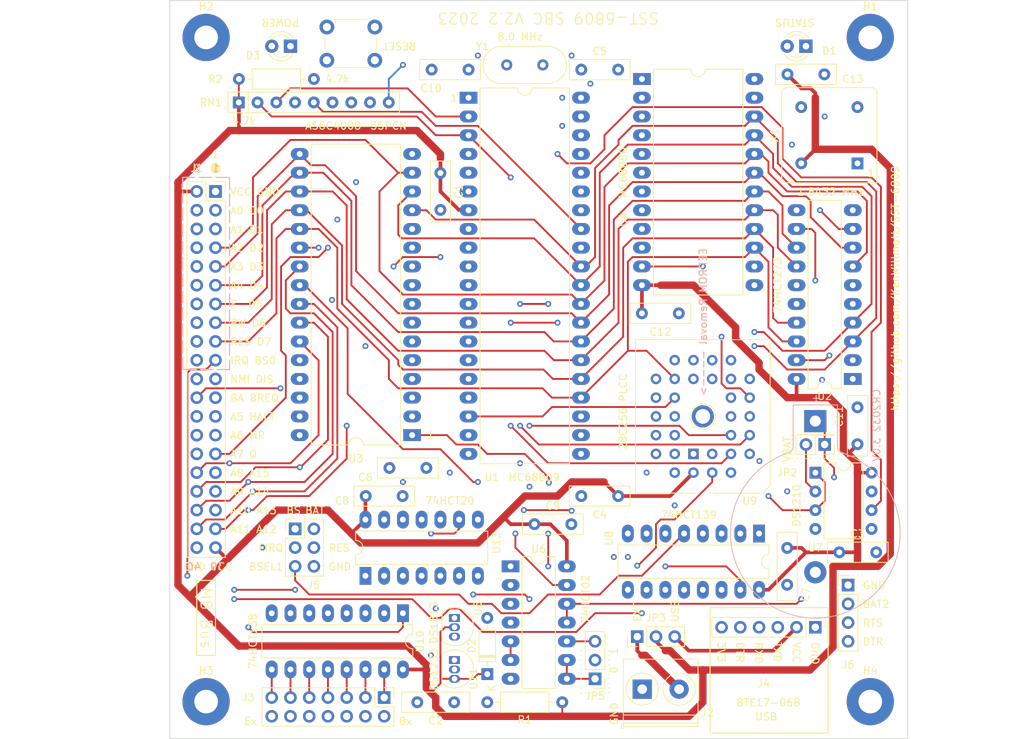
<source format=kicad_pcb>
(kicad_pcb (version 20221018) (generator pcbnew)
  (layers (0 "F.Cu" signal) (1 "In1.Cu" signal) (2 "In2.Cu" signal) (31 "B.Cu" signal) (34 "B.Paste" user) (35 "F.Paste" user) (36 "B.SilkS" user "B.Silkscreen") (37 "F.SilkS" user "F.Silkscreen") (38 "B.Mask" user) (39 "F.Mask" user) (44 "Edge.Cuts" user))
  (net 0 "")
  (net 1 "GND")
  (net 2 "MR")
  (net 3 "/A15")
  (net 4 "/A14")
  (net 5 "/A13")
  (net 6 "/A12")
  (net 7 "/A11")
  (net 8 "/A10")
  (net 9 "/A9")
  (net 10 "/A8")
  (net 11 "/A7")
  (net 12 "/A6")
  (net 13 "/A5")
  (net 14 "/A4")
  (net 15 "/A3")
  (net 16 "/A2")
  (net 17 "/A1")
  (net 18 "/A0")
  (net 19 "RES*")
  (net 20 "/D7")
  (net 21 "/D6")
  (net 22 "/D5")
  (net 23 "/D4")
  (net 24 "/D3")
  (net 25 "/D2")
  (net 26 "/D1")
  (net 27 "/D0")
  (net 28 "E")
  (net 29 "R{slash}W*")
  (net 30 "VCC")
  (net 31 "BSEL0*")
  (net 32 "/decode/EEWR*")
  (net 33 "NMI*")
  (net 34 "BA")
  (net 35 "HALT*")
  (net 36 "/decode/NVWR*")
  (net 37 "/Z3")
  (net 38 "/Z2")
  (net 39 "/Z1")
  (net 40 "/Z0")
  (net 41 "/decode/NVRD*")
  (net 42 "Net-(U8A-O3)")
  (net 43 "/decode/BSEL1*")
  (net 44 "/decode/EERD*")
  (net 45 "Net-(U8B-E)")
  (net 46 "Net-(JP2-B)")
  (net 47 "Net-(U1-XTAL)")
  (net 48 "Net-(U1-EXTAL)")
  (net 49 "IRQ*")
  (net 50 "Q")
  (net 51 "RXD")
  (net 52 "BREQ*")
  (net 53 "/decode/LATSEL*")
  (net 54 "Net-(U4-Rx_CLK)")
  (net 55 "/decode/ACIASEL*")
  (net 56 "/TXD")
  (net 57 "/decode/NVCC")
  (net 58 "Net-(J2-Pin_2)")
  (net 59 "Net-(J4-Pin_2)")
  (net 60 "/decode/NVCE*")
  (net 61 "DIS*")
  (net 62 "/decode/NVBAT")
  (net 63 "Z4")
  (net 64 "Net-(J3-Pin_10)")
  (net 65 "Net-(U10-~{Y7})")
  (net 66 "Net-(U13-Pad13)")
  (net 72 "/decode/Z6")
  (net 73 "BT0")
  (net 74 "Net-(JP5-B)")
  (net 75 "Z5")
  (net 76 "Net-(J3-Pin_1)")
  (net 77 "Net-(J3-Pin_9)")
  (net 78 "Net-(J3-Pin_3)")
  (net 79 "Net-(J3-Pin_11)")
  (net 80 "Net-(J3-Pin_5)")
  (net 81 "Net-(J3-Pin_13)")
  (net 82 "Net-(J3-Pin_7)")
  (net 83 "Z7")
  (net 84 "Net-(D1-A)")
  (net 85 "/Z2*")
  (net 86 "FIRQ*")
  (net 87 "BS")
  (net 88 "/DTR")
  (net 89 "/3V3")
  (net 90 "VBAT2")
  (net 91 "/RTS")
  (net 92 "/A15G")
  (net 93 "Net-(D3-A)")
  (footprint "Capacitor_THT:C_Disc_D8.0mm_W2.5mm_P5.00mm" (layer "F.Cu") (at 135.84 117.145 180)
    (fp_text reference "C4")
    (fp_text value "100nF")
  )
  (footprint "TestPoint:TestPoint_Plated_Hole_D2.0mm" (layer "F.Cu") (at 147.31 106.35)
    (fp_text reference "REF**" hide)
    (fp_text value "TestPoint_Plated_Hole_D2.0mm" hide)
  )
  (footprint "Resistor_THT:R_Array_SIP9" (layer "F.Cu") (at 84.43 63.805)
    (fp_text reference "RN1")
    (fp_text value "4.7k")
  )
  (footprint "Oscillator:Oscillator_DIP-8" (layer "F.Cu") (at 168.265 72.06 90)
    (fp_text reference "X1")
    (fp_text value "CXO_DIP8")
  )
  (footprint "Capacitor_THT:C_Disc_D9.0mm_W2.5mm_P5.00mm" (layer "F.Cu") (at 113.615 145.085 180)
    (fp_text reference "C2")
    (fp_text value "10uF")
  )
  (footprint "Capacitor_THT:C_Disc_D8.0mm_W2.5mm_P5.00mm" (layer "F.Cu") (at 130.84 59.36)
    (fp_text reference "C5")
    (fp_text value "20pF")
  )
  (footprint "Package_DIP:DIP-20_W7.62mm_LongPads" (layer "F.Cu") (at 167.63 101.27 180)
    (fp_text reference "U2")
    (fp_text value "74HCT273")
  )
  (footprint "Capacitor_THT:C_Disc_D8.0mm_W2.5mm_P5.00mm" (layer "F.Cu") (at 124.49 120.955)
    (fp_text reference "C9")
    (fp_text value "100nF")
  )
  (footprint "Connector_PinHeader_2.54mm:PinHeader_2x03_P2.54mm_Vertical" (layer "F.Cu") (at 92.065 121.59)
    (fp_text reference "J5")
    (fp_text value "Conn_02x03_Odd_Even" hide)
  )
  (footprint "Crystal:Crystal_HC18-U_Vertical" (layer "F.Cu") (at 125.63 58.725 180)
    (fp_text reference "Y1")
    (fp_text value "8.0 MHz")
  )
  (footprint "Package_LCC:PLCC-32_THT-Socket" (layer "F.Cu") (at 146.04 111.43 180)
    (fp_text reference "U9")
    (fp_text value "28C256 PLCC")
  )
  (footprint "TerminalBlock_Phoenix:TerminalBlock_Phoenix_PT-1,5-2-5.0-H_1x02_P5.00mm_Horizontal" (layer "F.Cu") (at 139.095 143.315)
    (fp_text reference "J2")
    (fp_text value "Screw_Terminal_01x02" hide)
  )
  (footprint "Capacitor_THT:C_Disc_D9.0mm_W2.5mm_P5.00mm" (layer "F.Cu") (at 158.74 124.17 -90)
    (fp_text reference "C7")
    (fp_text value "100nF")
  )
  (footprint "Connector_PinHeader_2.54mm:PinHeader_1x03_P2.54mm_Vertical" (layer "F.Cu") (at 132.705 141.91 180)
    (fp_text reference "JP5")
    (fp_text value "Jumper_3_Bridged12" hide)
  )
  (footprint "MountingHole:MountingHole_3.2mm_M3_Pad" (layer "F.Cu") (at 170 145)
    (fp_text reference "H4")
    (fp_text value "MountingHole_Pad" hide)
  )
  (footprint "Capacitor_THT:C_Disc_D8.0mm_W2.5mm_P5.00mm" (layer "F.Cu") (at 165.805 124.765)
    (fp_text reference "C3")
    (fp_text value "100nF")
  )
  (footprint "Connector_PinHeader_2.54mm:PinHeader_2x07_P2.54mm_Vertical" (layer "F.Cu") (at 104.13 144.45 -90)
    (fp_text reference "J3")
    (fp_text value "Conn_02x07_Odd_Even" hide)
  )
  (footprint "Package_DIP:DIP-24_W15.24mm_LongPads" (layer "F.Cu") (at 139.055 60.63)
    (fp_text reference "U4")
    (fp_text value "MC68B50")
  )
  (footprint "MountingHole:MountingHole_3.2mm_M3_Pad" (layer "F.Cu") (at 80 55)
    (fp_text reference "H2")
    (fp_text value "MountingHole_Pad" hide)
  )
  (footprint "Package_DIP:DIP-16_W7.62mm_LongPads" (layer "F.Cu") (at 106.67 133.02 -90)
    (fp_text reference "U10")
    (fp_text value "74HCT138")
  )
  (footprint "Resistor_THT:R_Axial_DIN0207_L6.3mm_D2.5mm_P10.16mm_Horizontal" (layer "F.Cu") (at 128.26 145.085 180)
    (fp_text reference "R1")
    (fp_text value "10k")
  )
  (footprint "Connector_PinHeader_2.54mm:PinHeader_2x01_P2.54mm_Vertical" (layer "F.Cu") (at 163.82 110.16 180)
    (fp_text reference "JP2")
    (fp_text value "VBAT")
  )
  (footprint "LED_THT:LED_D3.0mm" (layer "F.Cu") (at 161.28 56.185 180)
    (fp_text reference "D1")
    (fp_text value "STAT")
  )
  (footprint "Button_Switch_THT:SW_PUSH_6mm_H5mm" (layer "F.Cu") (at 102.86 58.09 180)
    (fp_text reference "SW1" hide)
    (fp_text value "Reset")
  )
  (footprint "Package_DIP:DIP-8_W7.62mm" (layer "F.Cu") (at 162.56 113.98)
    (fp_text reference "U7")
    (fp_text value "DS1210")
  )
  (footprint "Package_DIP:DIP-16_W7.62mm_LongPads" (layer "F.Cu") (at 154.93 122.225 -90)
    (fp_text reference "U8")
    (fp_text value "74HCT139")
  )
  (footprint "Package_DIP:DIP-32_W15.24mm_LongPads" (layer "F.Cu") (at 107.92 108.89 180)
    (fp_text reference "U3")
    (fp_text value "AS6C4008-55PCN")
  )
  (footprint "Capacitor_THT:C_Disc_D8.0mm_W2.5mm_P5.00mm" (layer "F.Cu") (at 111.75 73.37 -90)
    (fp_text reference "C1")
    (fp_text value "100nF")
  )
  (footprint "Capacitor_THT:C_Disc_D8.0mm_W2.5mm_P5.00mm" (layer "F.Cu") (at 101.63 117.145)
    (fp_text reference "C8")
    (fp_text value "100nF")
  )
  (footprint "Connector_PinHeader_2.54mm:PinHeader_1x06_P2.54mm_Vertical" (layer "F.Cu") (at 162.55 134.925 -90)
    (fp_text reference "J4")
    (fp_text value "Conn_01x06_Pin" hide)
  )
  (footprint "Connector_PinSocket_2.54mm:PinSocket_2x20_P2.54mm_Vertical" (layer "F.Cu") (at 81.27 75.87)
    (fp_text reference "J1")
    (fp_text value "Conn_02x20_Odd_Even" hide)
  )
  (footprint "Capacitor_THT:C_Disc_D8.0mm_W2.5mm_P5.00mm" (layer "F.Cu") (at 104.845 113.335)
    (fp_text reference "C6")
    (fp_text value "100nF")
  )
  (footprint "Package_DIP:DIP-40_W15.24mm_LongPads" (layer "F.Cu") (at 115.56 63.17)
    (fp_text reference "U1")
    (fp_text value "MC68B09")
  )
  (footprint "Capacitor_THT:C_Disc_D8.0mm_W2.5mm_P5.00mm" (layer "F.Cu") (at 139.055 92.38)
    (fp_text reference "C12")
    (fp_text value "100nF")
  )
  (footprint "MountingHole:MountingHole_3.2mm_M3_Pad" (layer "F.Cu") (at 170 55)
    (fp_text reference "H1")
    (fp_text value "MountingHole_Pad" hide)
  )
  (footprint "Package_TO_SOT_THT:TO-92L_Inline" (layer "F.Cu") (at 113.655 139.37 -90)
    (fp_text reference "U11")
    (fp_text value "DS1233")
  )
  (footprint "MountingHole:MountingHole_3.2mm_M3_Pad" (layer "F.Cu") (at 80 145)
    (fp_text reference "H3")
    (fp_text value "MountingHole_Pad" hide)
  )
  (footprint "Package_DIP:DIP-14_W7.62mm_LongPads" (layer "F.Cu") (at 121.26 126.665)
    (fp_text reference "U6")
    (fp_text value "74HCT02")
  )
  (footprint "Resistor_THT:R_Axial_DIN0207_L6.3mm_D2.5mm_P10.16mm_Horizontal" (layer "F.Cu") (at 84.445 60.63)
    (fp_text reference "R2")
    (fp_text value "4.7k")
  )
  (footprint "Diode_THT:D_DO-35_SOD27_P7.62mm_Horizontal" (layer "F.Cu") (at 118.1 141.275 90)
    (fp_text reference "D2")
    (fp_text value "1N4148")
  )
  (footprint "Package_DIP:DIP-14_W7.62mm_LongPads" (layer "F.Cu") (at 101.585 127.955 90)
    (fp_text reference "U13")
    (fp_text value "74HCT20")
  )
  (footprint "Connector_PinHeader_2.54mm:PinHeader_1x03_P2.54mm_Vertical" (layer "F.Cu") (at 138.42 136.195 90)
    (fp_text reference "JP3")
    (fp_text value "Jumper_3_Bridged12" hide)
  )
  (footprint "Capacitor_THT:C_Disc_D8.0mm_W2.5mm_P5.00mm" (layer "F.Cu") (at 168.265 110.12 90)
    (fp_text reference "C11")
    (fp_text value "100nF")
  )
  (footprint "Capacitor_THT:C_Disc_D8.0mm_W2.5mm_P5.00mm" (layer "F.Cu") (at 163.78 59.995 180)
    (fp_text reference "C13")
    (fp_text value "100nF")
  )
  (footprint "Connector_PinHeader_2.54mm:PinHeader_1x04_P2.54mm_Vertical" (layer "F.Cu") (at 166.995 129.21)
    (fp_text reference "J6")
    (fp_text value "Conn_01x04_Pin" hide)
  )
  (footprint "Capacitor_THT:C_Disc_D8.0mm_W2.5mm_P5.00mm" (layer "F.Cu") (at 115.56 59.36 180)
    (fp_text reference "C10")
    (fp_text value "20pF")
  )
  (footprint "Package_TO_SOT_THT:TO-92L_Inline" (layer "F.Cu") (at 113.655 133.655 -90)
    (fp_text reference "U5")
    (fp_text value "DS1813")
  )
  (footprint "LED_THT:LED_D3.0mm" (layer "F.Cu") (at 91.435 56.185 180)
    (fp_text reference "D3")
    (fp_text value "PWR")
  )
  (footprint "Battery:BatteryHolder_Keystone_103_1x20mm" (layer "B.Cu") (at 162.55 106.985 -90)
    (fp_text reference "BT1" hide)
    (fp_text value "3.0V" hide)
  )
  (gr_rect (start 76.825 73.965) (end 83.175 100) (stroke (width 0.15) (type dash)) (fill none) (layer "B.SilkS"))
  (gr_rect (start 159.375 108.89) (end 165.725 112.065) (stroke (width 0.15) (type dot)) (fill none) (layer "F.SilkS"))
  (gr_rect (start 130.8 138.1) (end 134.61 143.815) (stroke (width 0.15) (type dot)) (fill none) (layer "F.SilkS"))
  (gr_rect (start 78.73 128.575) (end 81.27 138.735) (stroke (width 0.15)) (fill none) (layer "F.SilkS"))
  (gr_circle (center 81.27 72.695) (end 81.905 72.695) (stroke (width 0.15)) (fill solid) (layer "F.SilkS"))
  (gr_rect (start 76.825 73.965) (end 83.175 100) (stroke (width 0.15) (type dash)) (fill none) (layer "F.SilkS"))
  (gr_rect (start 148.29 132.255) (end 164.29 149.255) (stroke (width 0.15)) (fill none) (layer "F.SilkS"))
  (gr_rect (start 165.725 127.94) (end 168.9 133.02) (stroke (width 0.15) (type dot)) (fill none) (layer "F.SilkS"))
  (gr_line (start 175.07 50) (end 175.07 150) (stroke (width 0.1)) (layer "Edge.Cuts"))
  (gr_line (start 75.07 150) (end 175.07 150) (stroke (width 0.1)) (layer "Edge.Cuts"))
  (gr_line (start 75.07 50) (end 175.07 50) (stroke (width 0.1)) (layer "Edge.Cuts"))
  (gr_line (start 75.07 150) (end 75.07 50) (stroke (width 0.1)) (layer "Edge.Cuts"))
  (gr_text "1" (at 81.905 73.33) (layer "B.SilkS") (effects (font (size 1 1)) (justify left bottom mirror)))
  (gr_text "40" (at 79.365 127.305) (layer "B.SilkS") (effects (font (size 1 1)) (justify left bottom mirror)))
  (gr_text "+" (at 163.185 103.175 90) (layer "B.SilkS") (effects (font (size 1 1)) (justify left bottom mirror)))
  (gr_text "CR2032 3.0V" (at 171.44 102.54 90) (layer "B.SilkS") (effects (font (size 1 1)) (justify left bottom mirror)))
  (gr_text "39" (at 82.54 127.305) (layer "B.SilkS") (effects (font (size 1 1)) (justify left bottom mirror)))
  (gr_text "2" (at 79.365 73.33) (layer "B.SilkS") (effects (font (size 1 1)) (justify left bottom mirror)))
  (gr_text "EEPROM Removal ---->" (at 147.945 83.49 90) (layer "B.SilkS") (effects (font (size 1 1)) (justify left bottom mirror)))
  (gr_text "USB" (at 144.135 134.29 90) (layer "F.SilkS") (effects (font (size 1 1)) (justify left bottom)))
  (gr_text "A4 D4" (at 83.175 89.205) (layer "F.SilkS") (effects (font (size 1 1)) (justify left bottom)))
  (gr_text "DTR" (at 168.9 137.465) (layer "F.SilkS") (effects (font (size 1 1)) (justify left bottom)))
  (gr_text "RES" (at 96.51 124.765) (layer "F.SilkS") (effects (font (size 1 1)) (justify left bottom)))
  (gr_text "VCC GND" (at 83.175 76.505) (layer "F.SilkS") (effects (font (size 1 1)) (justify left bottom)))
  (gr_text "Ex" (at 85.08 148.26) (layer "F.SilkS") (effects (font (size 1 1)) (justify left bottom)))
  (gr_text "M8 Bus" (at 80 133.655 270) (layer "F.SilkS") (effects (font (size 1.5 1.5))))
  (gr_text "NMI DIS" (at 83.175 101.905) (layer "F.SilkS") (effects (font (size 1 1)) (justify left bottom)))
  (gr_text "E  D5" (at 83.175 91.745) (layer "F.SilkS") (effects (font (size 1 1)) (justify left bottom)))
  (gr_text "RES D7" (at 83.175 96.825) (layer "F.SilkS") (effects (font (size 1 1)) (justify left bottom)))
  (gr_text "1" (at 113.02 63.805) (layer "F.SilkS") (effects (font (size 1 1)) (justify left bottom)))
  (gr_text "GND" (at 135.88 148.26 90) (layer "F.SilkS") (effects (font (size 1 1)) (justify left bottom)))
  (gr_text "VCC" (at 159.375 136.83 -90) (layer "F.SilkS") (effects (font (size 1 1)) (justify left bottom)))
  (gr_text "USB" (at 154.295 147.625) (layer "F.SilkS") (effects (font (size 1 1)) (justify left bottom)))
  (gr_text "POWER" (at 92.7 52.375 180) (layer "F.SilkS") (effects (font (size 1 1)) (justify left bottom)))
  (gr_text "RXD" (at 154.295 136.83 -90) (layer "F.SilkS") (effects (font (size 1 1)) (justify left bottom)))
  (gr_text "A3 D3" (at 83.175 86.665) (layer "F.SilkS") (effects (font (size 1 1)) (justify left bottom)))
  (gr_text "1.8432 MHz" (at 160.01 76.505) (layer "F.SilkS") (effects (font (size 1 1)) (justify left bottom)))
  (gr_text "A10 A13" (at 83.175 119.685) (layer "F.SilkS") (effects (font (size 1 1)) (justify left bottom)))
  (gr_text "STATUS" (at 162.55 52.375 180) (layer "F.SilkS") (effects (font (size 1 1)) (justify left bottom)))
  (gr_text "GND" (at 168.9 129.845) (layer "F.SilkS") (effects (font (size 1 1)) (justify left bottom)))
  (gr_text "SST-6809 SBC V2.2 2023" (at 126.355 52.375 180) (layer "F.SilkS") (effects (font (size 1.5 1.5))))
  (gr_text "RW D6" (at 83.175 94.285) (layer "F.SilkS") (effects (font (size 1 1)) (justify left bottom)))
  (gr_text "BAT" (at 93.335 119.685) (layer "F.SilkS") (effects (font (size 1 1)) (justify left bottom)))
  (gr_text "1" (at 169.535 73.965) (layer "F.SilkS") (effects (font (size 1 1)) (justify left bottom)))
  (gr_text "A7 Q" (at 83.175 112.065) (layer "F.SilkS") (effects (font (size 1 1)) (justify left bottom)))
  (gr_text "BSEL1" (at 85.715 127.305) (layer "F.SilkS") (effects (font (size 1 1)) (justify left bottom)))
  (gr_text "https://github.com/KenWillmott/SST-6809" (at 173.98 105.715 90) (layer "F.SilkS") (effects (font (size 1 1)) (justify left bottom)))
  (gr_text "EXT" (at 139.055 134.29 90) (layer "F.SilkS") (effects (font (size 1 1)) (justify left bottom)))
  (gr_text "1" (at 80.635 71.425) (layer "F.SilkS") (effects (font (size 1 1)) (justify left bottom)))
  (gr_text "TXD" (at 156.835 136.83 -90) (layer "F.SilkS") (effects (font (size 1 1)) (justify left bottom)))
  (gr_text "BA BREQ" (at 83.175 104.445) (layer "F.SilkS") (effects (font (size 1 1)) (justify left bottom)))
  (gr_text "3V3" (at 149.215 136.83 -90) (layer "F.SilkS") (effects (font (size 1 1)) (justify left bottom)))
  (gr_text "BTE17-06B" (at 151.755 145.72) (layer "F.SilkS") (effects (font (size 1 1)) (justify left bottom)))
  (gr_text "A9 A14" (at 83.175 117.145) (layer "F.SilkS") (effects (font (size 1 1)) (justify left bottom)))
  (gr_text "A5 HALT" (at 83.175 106.985) (layer "F.SilkS") (effects (font (size 1 1)) (justify left bottom)))
  (gr_text "A1 D1" (at 83.175 81.585) (layer "F.SilkS") (effects (font (size 1 1)) (justify left bottom)))
  (gr_text "IRQ BS0" (at 83.175 99.365) (layer "F.SilkS") (effects (font (size 1 1)) (justify left bottom)))
  (gr_text "GND" (at 161.915 136.83 -90) (layer "F.SilkS") (effects (font (size 1 1)) (justify left bottom)))
  (gr_text "1" (at 109.845 109.525) (layer "F.SilkS") (effects (font (size 1 1)) (justify left bottom)))
  (gr_text "GND VCC" (at 76.825 127.305) (layer "F.SilkS") (effects (font (size 1 1)) (justify left bottom)))
  (gr_text "A2 D2" (at 83.175 84.125) (layer "F.SilkS") (effects (font (size 1 1)) (justify left bottom)))
  (gr_text "1" (at 135.88 138.735 90) (layer "F.SilkS") (effects (font (size 1 1)) (justify left bottom)))
  (gr_text "BAT2" (at 168.9 132.385) (layer "F.SilkS") (effects (font (size 1 1)) (justify left bottom)))
  (gr_text "A0 D0" (at 83.175 79.045) (layer "F.SilkS") (effects (font (size 1 1)) (justify left bottom)))
  (gr_text "8x" (at 106.035 148.26) (layer "F.SilkS") (effects (font (size 1 1)) (justify left bottom)))
  (gr_text "A11 A12" (at 83.175 122.225) (layer "F.SilkS") (effects (font (size 1 1)) (justify left bottom)))
  (gr_text "FIRQ" (at 86.985 124.765) (layer "F.SilkS") (effects (font (size 1 1)) (justify left bottom)))
  (gr_text "RESET" (at 108.575 55.55 180) (layer "F.SilkS") (effects (font (size 1 1)) (justify left bottom)))
  (gr_text "0" (at 135.88 141.275 90) (layer "F.SilkS") (effects (font (size 1 1)) (justify left bottom)))
  (gr_text "GND" (at 96.51 127.305) (layer "F.SilkS") (effects (font (size 1 1)) (justify left bottom)))
  (gr_text "DTR" (at 151.755 136.83 -90) (layer "F.SilkS") (effects (font (size 1 1)) (justify left bottom)))
  (gr_text "A8 A15" (at 83.175 114.605) (layer "F.SilkS") (effects (font (size 1 1)) (justify left bottom)))
  (gr_text "A6 MR" (at 83.175 109.525) (layer "F.SilkS") (effects (font (size 1 1)) (justify left bottom)))
  (gr_text "RTS" (at 168.9 134.925) (layer "F.SilkS") (effects (font (size 1 1)) (justify left bottom)))
  (gr_text "BS" (at 90.795 119.685) (layer "F.SilkS") (effects (font (size 1 1)) (justify left bottom)))
  (via (at 128.26 66.98) (size 0.8) (drill 0.4) (layers "F.Cu" "B.Cu") (net 1))
  (via (at 129.53 57.455) (size 0.8) (drill 0.4) (layers "F.Cu" "B.Cu") (net 1))
  (via (at 116.83 57.455) (size 0.8) (drill 0.4) (layers "F.Cu" "B.Cu") (net 1))
  (via (at 132.07 61.265) (size 0.8) (drill 0.4) (layers "F.Cu" "B.Cu") (net 1))
  (via (at 128.26 63.17) (size 0.8) (drill 0.4) (layers "F.Cu" "B.Cu") (net 1))
  (segment (start 126.355 122.225) (end 126.355 124.11) (width 0.25) (layer "F.Cu") (net 3))
  (segment (start 126.355 124.11) (end 126.355 126.67) (width 0.25) (layer "F.Cu") (net 3))
  (via (at 126.355 122.225) (size 0.8) (drill 0.4) (layers "F.Cu" "B.Cu") (net 3))
  (via (at 126.355 126.67) (size 0.8) (drill 0.4) (layers "F.Cu" "B.Cu") (net 3))
  (via (at 87.62 124.13) (size 0.8) (drill 0.4) (layers "F.Cu" "B.Cu") (net 3))
  (segment (start 106.67 134.925) (end 106.035 135.56) (width 0.25) (layer "F.Cu") (net 6))
  (segment (start 86.35 119.05) (end 88.255 117.145) (width 0.25) (layer "F.Cu") (net 6))
  (segment (start 106.035 135.56) (end 86.35 135.56) (width 0.25) (layer "F.Cu") (net 6))
  (segment (start 99.05 112.065) (end 99.05 107.62) (width 0.25) (layer "F.Cu") (net 6))
  (segment (start 93.97 117.145) (end 99.05 112.065) (width 0.25) (layer "F.Cu") (net 6))
  (segment (start 85.715 119.05) (end 86.35 119.05) (width 0.25) (layer "F.Cu") (net 6))
  (segment (start 85.1695 119.05) (end 82.6295 121.59) (width 0.25) (layer "F.Cu") (net 6))
  (segment (start 82.6295 121.59) (end 81.27 121.59) (width 0.25) (layer "F.Cu") (net 6))
  (segment (start 85.715 119.05) (end 85.1695 119.05) (width 0.25) (layer "F.Cu") (net 6))
  (segment (start 86.35 135.56) (end 85.715 134.925) (width 0.25) (layer "F.Cu") (net 6))
  (segment (start 88.255 117.145) (end 93.97 117.145) (width 0.25) (layer "F.Cu") (net 6))
  (segment (start 106.67 133.02) (end 106.67 134.925) (width 0.25) (layer "F.Cu") (net 6))
  (via (at 85.715 119.05) (size 0.8) (drill 0.4) (layers "F.Cu" "B.Cu") (net 6))
  (via (at 85.715 134.925) (size 0.8) (drill 0.4) (layers "F.Cu" "B.Cu") (net 6))
  (via (at 99.05 107.62) (size 0.8) (drill 0.4) (layers "F.Cu" "B.Cu") (net 6))
  (segment (start 86.35 116.51) (end 93.335 116.51) (width 0.25) (layer "F.Cu") (net 7))
  (segment (start 97.78 94.285) (end 94.605 91.11) (width 0.25) (layer "F.Cu") (net 7))
  (segment (start 97.78 112.065) (end 97.78 94.285) (width 0.25) (layer "F.Cu") (net 7))
  (segment (start 94.605 91.11) (end 92.68 91.11) (width 0.25) (layer "F.Cu") (net 7))
  (segment (start 80 120.32) (end 78.73 121.59) (width 0.25) (layer "F.Cu") (net 7))
  (segment (start 93.335 116.51) (end 97.78 112.065) (width 0.25) (layer "F.Cu") (net 7))
  (segment (start 86.35 116.51) (end 82.54 120.32) (width 0.25) (layer "F.Cu") (net 7))
  (segment (start 82.54 120.32) (end 80 120.32) (width 0.25) (layer "F.Cu") (net 7))
  (via (at 86.35 116.51) (size 0.8) (drill 0.4) (layers "F.Cu" "B.Cu") (net 7))
  (segment (start 126.863 105.08) (end 142.23 105.08) (width 0.25) (layer "F.Cu") (net 8))
  (segment (start 115.56 106.35) (end 125.593 106.35) (width 0.25) (layer "F.Cu") (net 8))
  (segment (start 94.605 92.38) (end 91.43 92.38) (width 0.25) (layer "F.Cu") (net 8))
  (segment (start 91.43 92.38) (end 90.795 91.745) (width 0.25) (layer "F.Cu") (net 8))
  (segment (start 85.715 115.24) (end 83.175 117.78) (width 0.25) (layer "F.Cu") (net 8))
  (segment (start 125.593 106.35) (end 126.863 105.08) (width 0.25) (layer "F.Cu") (net 8))
  (segment (start 85.715 115.24) (end 93.335 115.24) (width 0.25) (layer "F.Cu") (net 8))
  (segment (start 80 117.78) (end 78.73 119.05) (width 0.25) (layer "F.Cu") (net 8))
  (segment (start 97.145 94.92) (end 94.605 92.38) (width 0.25) (layer "F.Cu") (net 8))
  (segment (start 90.795 87.915) (end 92.68 86.03) (width 0.25) (layer "F.Cu") (net 8))
  (segment (start 97.145 111.43) (end 97.145 94.92) (width 0.25) (layer "F.Cu") (net 8))
  (segment (start 83.175 117.78) (end 80 117.78) (width 0.25) (layer "F.Cu") (net 8))
  (segment (start 142.23 105.08) (end 143.5 103.81) (width 0.25) (layer "F.Cu") (net 8))
  (segment (start 93.335 115.24) (end 97.145 111.43) (width 0.25) (layer "F.Cu") (net 8))
  (segment (start 90.795 91.745) (end 90.795 87.915) (width 0.25) (layer "F.Cu") (net 8))
  (via (at 85.715 115.24) (size 0.8) (drill 0.4) (layers "F.Cu" "B.Cu") (net 8))
  (segment (start 86.684195 113.2455) (end 84.689695 115.24) (width 0.25) (layer "F.Cu") (net 9))
  (segment (start 94.605 93.65) (end 92.68 93.65) (width 0.25) (layer "F.Cu") (net 9))
  (segment (start 92.7895 113.2455) (end 96.51 109.525) (width 0.25) (layer "F.Cu") (net 9))
  (segment (start 96.51 109.525) (end 96.51 95.555) (width 0.25) (layer "F.Cu") (net 9))
  (segment (start 80 115.24) (end 78.73 116.51) (width 0.25) (layer "F.Cu") (net 9))
  (segment (start 96.51 95.555) (end 94.605 93.65) (width 0.25) (layer "F.Cu") (net 9))
  (segment (start 92.7 113.2455) (end 92.7895 113.2455) (width 0.25) (layer "F.Cu") (net 9))
  (segment (start 92.7 113.2455) (end 86.684195 113.2455) (width 0.25) (layer "F.Cu") (net 9))
  (segment (start 84.689695 115.24) (end 80 115.24) (width 0.25) (layer "F.Cu") (net 9))
  (via (at 92.7 113.2455) (size 0.8) (drill 0.4) (layers "F.Cu" "B.Cu") (net 9))
  (segment (start 78.73 113.97) (end 80 112.7) (width 0.25) (layer "F.Cu") (net 10))
  (segment (start 83.175 112.7) (end 91.43 112.7) (width 0.25) (layer "F.Cu") (net 10))
  (segment (start 91.43 112.7) (end 95.24 108.89) (width 0.25) (layer "F.Cu") (net 10))
  (segment (start 95.24 98.75) (end 92.68 96.19) (width 0.25) (layer "F.Cu") (net 10))
  (segment (start 95.24 108.89) (end 95.24 98.75) (width 0.25) (layer "F.Cu") (net 10))
  (segment (start 80 112.7) (end 83.175 112.7) (width 0.25) (layer "F.Cu") (net 10))
  (via (at 139.69 113.97) (size 0.8) (drill 0.4) (layers "F.Cu" "B.Cu") (net 10))
  (via (at 113.02 113.97) (size 0.8) (drill 0.4) (layers "F.Cu" "B.Cu") (net 10))
  (via (at 83.175 112.7) (size 0.8) (drill 0.4) (layers "F.Cu" "B.Cu") (net 10))
  (via (at 123.815 115.875) (size 0.8) (drill 0.4) (layers "F.Cu" "B.Cu") (net 11))
  (via (at 122.545 112.7) (size 0.8) (drill 0.4) (layers "F.Cu" "B.Cu") (net 12))
  (segment (start 126.355 112.7) (end 121.275 107.62) (width 0.25) (layer "F.Cu") (net 13))
  (segment (start 151.12 111.43) (end 149.85 112.7) (width 0.25) (layer "F.Cu") (net 13))
  (segment (start 149.85 112.7) (end 126.355 112.7) (width 0.25) (layer "F.Cu") (net 13))
  (via (at 121.275 107.62) (size 0.8) (drill 0.4) (layers "F.Cu" "B.Cu") (net 13))
  (segment (start 122.545 107.62) (end 125.085 110.16) (width 0.25) (layer "F.Cu") (net 14))
  (segment (start 125.085 110.16) (end 152.39 110.16) (width 0.25) (layer "F.Cu") (net 14))
  (segment (start 152.39 110.16) (end 153.66 108.89) (width 0.25) (layer "F.Cu") (net 14))
  (via (at 122.545 107.62) (size 0.8) (drill 0.4) (layers "F.Cu" "B.Cu") (net 14))
  (segment (start 123.815 107.62) (end 144.135 107.62) (width 0.25) (layer "F.Cu") (net 15))
  (segment (start 145.405 108.89) (end 151.12 108.89) (width 0.25) (layer "F.Cu") (net 15))
  (segment (start 144.135 107.62) (end 145.405 108.89) (width 0.25) (layer "F.Cu") (net 15))
  (via (at 123.815 107.62) (size 0.8) (drill 0.4) (layers "F.Cu" "B.Cu") (net 15))
  (segment (start 121.275 93.65) (end 127.625 93.65) (width 0.25) (layer "F.Cu") (net 16))
  (via (at 127.625 93.65) (size 0.8) (drill 0.4) (layers "F.Cu" "B.Cu") (net 16))
  (via (at 121.275 93.65) (size 0.8) (drill 0.4) (layers "F.Cu" "B.Cu") (net 16))
  (segment (start 122.545 91.11) (end 126.355 91.11) (width 0.25) (layer "F.Cu") (net 17))
  (via (at 126.355 91.11) (size 0.8) (drill 0.4) (layers "F.Cu" "B.Cu") (net 17))
  (via (at 122.545 91.11) (size 0.8) (drill 0.4) (layers "F.Cu" "B.Cu") (net 17))
  (segment (start 152.39 102.54) (end 153.66 103.81) (width 0.25) (layer "F.Cu") (net 18))
  (segment (start 149.85 101.905) (end 150.485 102.54) (width 0.25) (layer "F.Cu") (net 18))
  (segment (start 149.85 95.555) (end 149.85 101.905) (width 0.25) (layer "F.Cu") (net 18))
  (segment (start 139.055 86.03) (end 147.31 86.03) (width 0.25) (layer "F.Cu") (net 18))
  (segment (start 150.485 102.54) (end 152.39 102.54) (width 0.25) (layer "F.Cu") (net 18))
  (via (at 147.31 86.03) (size 0.8) (drill 0.4) (layers "F.Cu" "B.Cu") (net 18))
  (via (at 149.85 95.555) (size 0.8) (drill 0.4) (layers "F.Cu" "B.Cu") (net 18))
  (segment (start 81.27 96.19) (end 85.715 96.19) (width 0.25) (layer "F.Cu") (net 20))
  (segment (start 137.785 84.76) (end 153.025 84.76) (width 0.25) (layer "F.Cu") (net 20))
  (segment (start 97.78 83.49) (end 97.78 91.745) (width 0.25) (layer "F.Cu") (net 20))
  (segment (start 137.15 85.395) (end 137.785 84.76) (width 0.25) (layer "F.Cu") (net 20))
  (segment (start 89.525 82.22) (end 90.795 80.95) (width 0.25) (layer "F.Cu") (net 20))
  (segment (start 92.68 80.95) (end 95.24 80.95) (width 0.25) (layer "F.Cu") (net 20))
  (segment (start 126.863 103.81) (end 130.8 103.81) (width 0.25) (layer "F.Cu") (net 20))
  (segment (start 156.2 94.285) (end 158.105 96.19) (width 0.25) (layer "F.Cu") (net 20))
  (segment (start 153.025 84.76) (end 154.295 83.49) (width 0.25) (layer "F.Cu") (net 20))
  (segment (start 89.525 92.38) (end 89.525 82.22) (width 0.25) (layer "F.Cu") (net 20))
  (segment (start 85.715 96.19) (end 89.525 92.38) (width 0.25) (layer "F.Cu") (net 20))
  (segment (start 130.8 103.81) (end 137.15 97.46) (width 0.25) (layer "F.Cu") (net 20))
  (segment (start 137.15 97.46) (end 137.15 85.395) (width 0.25) (layer "F.Cu") (net 20))
  (segment (start 158.105 96.19) (end 160.01 96.19) (width 0.25) (layer "F.Cu") (net 20))
  (segment (start 104.765 98.73) (end 104.765 101.27) (width 0.25) (layer "F.Cu") (net 20))
  (segment (start 143.5 101.27) (end 139.69 97.46) (width 0.25) (layer "F.Cu") (net 20))
  (segment (start 139.69 97.46) (end 137.15 97.46) (width 0.25) (layer "F.Cu") (net 20))
  (segment (start 106.035 102.54) (end 125.593 102.54) (width 0.25) (layer "F.Cu") (net 20))
  (segment (start 90.795 80.95) (end 92.68 80.95) (width 0.25) (layer "F.Cu") (net 20))
  (segment (start 97.78 91.745) (end 104.765 98.73) (width 0.25) (layer "F.Cu") (net 20))
  (segment (start 156.2 85.395) (end 156.2 94.285) (width 0.25) (layer "F.Cu") (net 20))
  (segment (start 154.295 83.49) (end 156.2 85.395) (width 0.25) (layer "F.Cu") (net 20))
  (segment (start 95.24 80.95) (end 97.78 83.49) (width 0.25) (layer "F.Cu") (net 20))
  (segment (start 104.765 101.27) (end 106.035 102.54) (width 0.25) (layer "F.Cu") (net 20))
  (segment (start 125.593 102.54) (end 126.863 103.81) (width 0.25) (layer "F.Cu") (net 20))
  (segment (start 154.295 80.95) (end 156.835 83.49) (width 0.25) (layer "F.Cu") (net 21))
  (segment (start 126.99 101.27) (end 130.8 101.27) (width 0.25) (layer "F.Cu") (net 21))
  (segment (start 88.89 90.475) (end 88.89 80.315) (width 0.25) (layer "F.Cu") (net 21))
  (segment (start 136.515 95.555) (end 136.515 83.49) (width 0.25) (layer "F.Cu") (net 21))
  (segment (start 93.6425 78.41) (end 98.415 83.1825) (width 0.25) (layer "F.Cu") (net 21))
  (segment (start 106.035 99.365) (end 106.67 100) (width 0.25) (layer "F.Cu") (net 21))
  (segment (start 137.785 82.22) (end 153.025 82.22) (width 0.25) (layer "F.Cu") (net 21))
  (segment (start 98.415 91.11) (end 106.035 98.73) (width 0.25) (layer "F.Cu") (net 21))
  (segment (start 153.025 82.22) (end 154.295 80.95) (width 0.25) (layer "F.Cu") (net 21))
  (segment (start 136.515 83.49) (end 137.785 82.22) (width 0.25) (layer "F.Cu") (net 21))
  (segment (start 156.835 93.015) (end 157.47 93.65) (width 0.25) (layer "F.Cu") (net 21))
  (segment (start 81.27 93.65) (end 85.715 93.65) (width 0.25) (layer "F.Cu") (net 21))
  (segment (start 98.415 83.1825) (end 98.415 91.11) (width 0.25) (layer "F.Cu") (net 21))
  (segment (start 156.835 83.49) (end 156.835 93.015) (width 0.25) (layer "F.Cu") (net 21))
  (segment (start 157.47 93.65) (end 160.01 93.65) (width 0.25) (layer "F.Cu") (net 21))
  (segment (start 125.72 100) (end 126.99 101.27) (width 0.25) (layer "F.Cu") (net 21))
  (segment (start 106.67 100) (end 125.72 100) (width 0.25) (layer "F.Cu") (net 21))
  (segment (start 106.035 98.73) (end 106.035 99.365) (width 0.25) (layer "F.Cu") (net 21))
  (segment (start 88.89 80.315) (end 90.795 78.41) (width 0.25) (layer "F.Cu") (net 21))
  (segment (start 92.68 78.41) (end 93.6425 78.41) (width 0.25) (layer "F.Cu") (net 21))
  (segment (start 130.8 101.27) (end 136.515 95.555) (width 0.25) (layer "F.Cu") (net 21))
  (segment (start 90.795 78.41) (end 92.68 78.41) (width 0.25) (layer "F.Cu") (net 21))
  (segment (start 85.715 93.65) (end 88.89 90.475) (width 0.25) (layer "F.Cu") (net 21))
  (segment (start 156.835 78.41) (end 157.47 79.045) (width 0.25) (layer "F.Cu") (net 22))
  (segment (start 99.05 90.475) (end 106.035 97.46) (width 0.25) (layer "F.Cu") (net 22))
  (segment (start 127.117 98.73) (end 130.8 98.73) (width 0.25) (layer "F.Cu") (net 22))
  (segment (start 86.0325 91.11) (end 88.255 88.8875) (width 0.25) (layer "F.Cu") (net 22))
  (segment (start 88.255 88.8875) (end 88.255 78.41) (width 0.25) (layer "F.Cu") (net 22))
  (segment (start 92.68 75.87) (end 97.145 75.87) (width 0.25) (layer "F.Cu") (net 22))
  (segment (start 106.035 97.46) (end 125.847 97.46) (width 0.25) (layer "F.Cu") (net 22))
  (segment (start 157.47 83.49) (end 160.01 86.03) (width 0.25) (layer "F.Cu") (net 22))
  (segment (start 88.255 78.41) (end 90.795 75.87) (width 0.25) (layer "F.Cu") (net 22))
  (segment (start 157.47 79.045) (end 157.47 83.49) (width 0.25) (layer "F.Cu") (net 22))
  (segment (start 130.8 98.73) (end 135.88 93.65) (width 0.25) (layer "F.Cu") (net 22))
  (segment (start 137.15 79.68) (end 153.025 79.68) (width 0.25) (layer "F.Cu") (net 22))
  (segment (start 97.145 75.87) (end 99.05 77.775) (width 0.25) (layer "F.Cu") (net 22))
  (segment (start 125.847 97.46) (end 127.117 98.73) (width 0.25) (layer "F.Cu") (net 22))
  (segment (start 135.88 80.95) (end 137.15 79.68) (width 0.25) (layer "F.Cu") (net 22))
  (segment (start 154.295 78.41) (end 156.835 78.41) (width 0.25) (layer "F.Cu") (net 22))
  (segment (start 81.27 91.11) (end 86.0325 91.11) (width 0.25) (layer "F.Cu") (net 22))
  (segment (start 99.05 77.775) (end 99.05 90.475) (width 0.25) (layer "F.Cu") (net 22))
  (segment (start 153.025 79.68) (end 154.295 78.41) (width 0.25) (layer "F.Cu") (net 22))
  (segment (start 135.88 93.65) (end 135.88 80.95) (width 0.25) (layer "F.Cu") (net 22))
  (segment (start 90.795 75.87) (end 92.68 75.87) (width 0.25) (layer "F.Cu") (net 22))
  (segment (start 156.2 75.87) (end 158.105 77.775) (width 0.25) (layer "F.Cu") (net 23))
  (segment (start 87.62 87.3) (end 87.62 77.775) (width 0.25) (layer "F.Cu") (net 23))
  (segment (start 92.68 73.33) (end 95.875 73.33) (width 0.25) (layer "F.Cu") (net 23))
  (segment (start 95.875 73.33) (end 99.685 77.14) (width 0.25) (layer "F.Cu") (net 23))
  (segment (start 125.847 94.92) (end 127.117 96.19) (width 0.25) (layer "F.Cu") (net 23))
  (segment (start 127.117 96.19) (end 130.8 96.19) (width 0.25) (layer "F.Cu") (net 23))
  (segment (start 87.62 77.775) (end 92.065 73.33) (width 0.25) (layer "F.Cu") (net 23))
  (segment (start 158.105 77.775) (end 158.105 81.585) (width 0.25) (layer "F.Cu") (net 23))
  (segment (start 135.245 79.68) (end 137.785 77.14) (width 0.25) (layer "F.Cu") (net 23))
  (segment (start 130.8 96.19) (end 135.245 91.745) (width 0.25) (layer "F.Cu") (net 23))
  (segment (start 135.245 91.745) (end 135.245 79.68) (width 0.25) (layer "F.Cu") (net 23))
  (segment (start 153.025 77.14) (end 154.295 75.87) (width 0.25) (layer "F.Cu") (net 23))
  (segment (start 154.295 75.87) (end 156.2 75.87) (width 0.25) (layer "F.Cu") (net 23))
  (segment (start 81.27 88.57) (end 86.35 88.57) (width 0.25) (layer "F.Cu") (net 23))
  (segment (start 86.35 88.57) (end 87.62 87.3) (width 0.25) (layer "F.Cu") (net 23))
  (segment (start 106.035 94.92) (end 125.847 94.92) (width 0.25) (layer "F.Cu") (net 23))
  (segment (start 92.065 73.33) (end 92.68 73.33) (width 0.25) (layer "F.Cu") (net 23))
  (segment (start 160.005 83.49) (end 160.01 83.485) (width 0.25) (layer "F.Cu") (net 23))
  (segment (start 99.685 88.57) (end 106.035 94.92) (width 0.25) (layer "F.Cu") (net 23))
  (segment (start 158.105 81.585) (end 160.01 83.49) (width 0.25) (layer "F.Cu") (net 23))
  (segment (start 99.685 77.14) (end 99.685 88.57) (width 0.25) (layer "F.Cu") (net 23))
  (segment (start 137.785 77.14) (end 153.025 77.14) (width 0.25) (layer "F.Cu") (net 23))
  (segment (start 137.785 74.6) (end 153.025 74.6) (width 0.25) (layer "F.Cu") (net 24))
  (segment (start 94.205 72.315) (end 96.13 72.315) (width 0.25) (layer "F.Cu") (net 24))
  (segment (start 166.065 83.49) (end 167.63 83.49) (width 0.25) (layer "F.Cu") (net 24))
  (segment (start 134.61 89.84) (end 134.61 77.775) (width 0.25) (layer "F.Cu") (net 24))
  (segment (start 130.8 93.65) (end 134.61 89.84) (width 0.25) (layer "F.Cu") (net 24))
  (segment (start 161.28 76.505) (end 161.915 77.14) (width 0.25) (layer "F.Cu") (net 24))
  (segment (start 161.915 77.14) (end 161.915 79.34) (width 0.25) (layer "F.Cu") (net 24))
  (segment (start 100.32 86.665) (end 106.035 92.38) (width 0.25) (layer "F.Cu") (net 24))
  (segment (start 134.61 77.775) (end 137.785 74.6) (width 0.25) (layer "F.Cu") (net 24))
  (segment (start 153.025 74.6) (end 154.295 73.33) (width 0.25) (layer "F.Cu") (net 24))
  (segment (start 154.295 73.33) (end 154.93 73.33) (width 0.25) (layer "F.Cu") (net 24))
  (segment (start 86.985 81.585) (end 86.985 76.505) (width 0.25) (layer "F.Cu") (net 24))
  (segment (start 106.035 92.38) (end 129.53 92.38) (width 0.25) (layer "F.Cu") (net 24))
  (segment (start 92.68 70.81) (end 92.68 70.79) (width 0.25) (layer "F.Cu") (net 24))
  (segment (start 100.32 76.505) (end 100.32 86.665) (width 0.25) (layer "F.Cu") (net 24))
  (segment (start 86.985 76.505) (end 92.68 70.81) (width 0.25) (layer "F.Cu") (net 24))
  (segment (start 158.105 76.505) (end 161.28 76.505) (width 0.25) (layer "F.Cu") (net 24))
  (segment (start 82.54 86.03) (end 86.985 81.585) (width 0.25) (layer "F.Cu") (net 24))
  (segment (start 81.27 86.03) (end 82.54 86.03) (width 0.25) (layer "F.Cu") (net 24))
  (segment (start 154.93 73.33) (end 158.105 76.505) (width 0.25) (layer "F.Cu") (net 24))
  (segment (start 161.915 79.34) (end 166.065 83.49) (width 0.25) (layer "F.Cu") (net 24))
  (segment (start 92.68 70.79) (end 94.205 72.315) (width 0.25) (layer "F.Cu") (net 24))
  (segment (start 129.53 92.38) (end 130.8 93.65) (width 0.25) (layer "F.Cu") (net 24))
  (segment (start 96.13 72.315) (end 100.32 76.505) (width 0.25) (layer "F.Cu") (net 24))
  (segment (start 153.025 72.06) (end 154.295 70.79) (width 0.25) (layer "F.Cu") (net 25))
  (segment (start 154.295 70.79) (end 155.16099 70.79) (width 0.25) (layer "F.Cu") (net 25))
  (segment (start 169.535 77.14) (end 169.535 84.125) (width 0.25) (layer "F.Cu") (net 25))
  (segment (start 155.16099 70.79) (end 156.2 71.82901) (width 0.25) (layer "F.Cu") (net 25))
  (segment (start 133.975 75.235) (end 137.15 72.06) (width 0.25) (layer "F.Cu") (net 25))
  (segment (start 106.67 89.84) (end 129.53 89.84) (width 0.25) (layer "F.Cu") (net 25))
  (segment (start 156.2 73.33) (end 158.74 75.87) (width 0.25) (layer "F.Cu") (net 25))
  (segment (start 168.265 75.87) (end 169.535 77.14) (width 0.25) (layer "F.Cu") (net 25))
  (segment (start 133.975 87.935) (end 133.975 75.235) (width 0.25) (layer "F.Cu") (net 25))
  (segment (start 86.35 73.965) (end 91.43 68.885) (width 0.25) (layer "F.Cu") (net 25))
  (segment (start 156.2 71.82901) (end 156.2 73.33) (width 0.25) (layer "F.Cu") (net 25))
  (segment (start 106.035 73.33) (end 103.495 75.87) (width 0.25) (layer "F.Cu") (net 25))
  (segment (start 83.175 83.49) (end 86.35 80.315) (width 0.25) (layer "F.Cu") (net 25))
  (segment (start 137.15 72.06) (end 153.025 72.06) (width 0.25) (layer "F.Cu") (net 25))
  (segment (start 158.74 75.87) (end 168.265 75.87) (width 0.25) (layer "F.Cu") (net 25))
  (segment (start 101.59 68.885) (end 106.035 73.33) (width 0.25) (layer "F.Cu") (net 25))
  (segment (start 81.27 83.49) (end 83.175 83.49) (width 0.25) (layer "F.Cu") (net 25))
  (segment (start 129.53 89.84) (end 130.8 91.11) (width 0.25) (layer "F.Cu") (net 25))
  (segment (start 103.495 75.87) (end 103.495 86.665) (width 0.25) (layer "F.Cu") (net 25))
  (segment (start 91.43 68.885) (end 101.59 68.885) (width 0.25) (layer "F.Cu") (net 25))
  (segment (start 103.495 86.665) (end 106.67 89.84) (width 0.25) (layer "F.Cu") (net 25))
  (segment (start 130.8 91.11) (end 133.975 87.935) (width 0.25) (layer "F.Cu") (net 25))
  (segment (start 86.35 80.315) (end 86.35 73.965) (width 0.25) (layer "F.Cu") (net 25))
  (segment (start 106.035 73.33) (end 107.92 73.33) (width 0.25) (layer "F.Cu") (net 25))
  (segment (start 169.535 84.125) (end 167.63 86.03) (width 0.25) (layer "F.Cu") (net 25))
  (segment (start 137.15 69.52) (end 153.025 69.52) (width 0.25) (layer "F.Cu") (net 26))
  (segment (start 170.17 91.11) (end 167.63 93.65) (width 0.25) (layer "F.Cu") (net 26))
  (segment (start 163.82 97.46) (end 158.105 97.46) (width 0.25) (layer "F.Cu") (net 26))
  (segment (start 154.295 68.25) (end 156.835 70.79) (width 0.25) (layer "F.Cu") (net 26))
  (segment (start 156.835 70.79) (end 156.835 72.695) (width 0.25) (layer "F.Cu") (net 26))
  (segment (start 124.45 82.22) (end 130.8 88.57) (width 0.25) (layer "F.Cu") (net 26))
  (segment (start 167.63 93.65) (end 163.82 97.46) (width 0.25) (layer "F.Cu") (net 26))
  (segment (start 133.34 86.03) (end 133.34 73.33) (width 0.25) (layer "F.Cu") (net 26))
  (segment (start 168.9 75.235) (end 170.17 76.505) (width 0.25) (layer "F.Cu") (net 26))
  (segment (start 106.525 82.22) (end 124.45 82.22) (width 0.25) (layer "F.Cu") (net 26))
  (segment (start 133.34 73.33) (end 137.15 69.52) (width 0.25) (layer "F.Cu") (net 26))
  (segment (start 130.8 88.57) (end 133.34 86.03) (width 0.25) (layer "F.Cu") (net 26))
  (segment (start 106.035 81.73) (end 106.525 82.22) (width 0.25) (layer "F.Cu") (net 26))
  (segment (start 159.375 75.235) (end 168.9 75.235) (width 0.25) (layer "F.Cu") (net 26))
  (segment (start 155.565 94.92) (end 154.295 94.92) (width 0.25) (layer "F.Cu") (net 26))
  (segment (start 107.92 75.87) (end 106.035 77.755) (width 0.25) (layer "F.Cu") (net 26))
  (segment (start 156.835 72.695) (end 159.375 75.235) (width 0.25) (layer "F.Cu") (net 26))
  (segment (start 106.035 77.755) (end 106.035 81.73) (width 0.25) (layer "F.Cu") (net 26))
  (segment (start 158.105 97.46) (end 155.565 94.92) (width 0.25) (layer "F.Cu") (net 26))
  (segment (start 170.17 76.505) (end 170.17 91.11) (width 0.25) (layer "F.Cu") (net 26))
  (segment (start 153.025 69.52) (end 154.295 68.25) (width 0.25) (layer "F.Cu") (net 26))
  (via (at 154.295 94.92) (size 0.8) (drill 0.4) (layers "F.Cu" "B.Cu") (net 26))
  (segment (start 131.435 86.03) (end 132.705 84.76) (width 0.25) (layer "F.Cu") (net 27))
  (segment (start 107.92 78.41) (end 109.845 78.41) (width 0.25) (layer "F.Cu") (net 27))
  (segment (start 163.82 100) (end 170.805 93.015) (width 0.25) (layer "F.Cu") (net 27))
  (segment (start 169.535 74.6) (end 160.01 74.6) (width 0.25) (layer "F.Cu") (net 27))
  (segment (start 170.805 75.87) (end 169.535 74.6) (width 0.25) (layer "F.Cu") (net 27))
  (segment (start 124.45 79.68) (end 130.8 86.03) (width 0.25) (layer "F.Cu") (net 27))
  (segment (start 157.47 72.06) (end 157.47 68.885) (width 0.25) (layer "F.Cu") (net 27))
  (segment (start 137.785 66.98) (end 153.025 66.98) (width 0.25) (layer "F.Cu") (net 27))
  (segment (start 130.8 86.03) (end 131.435 86.03) (width 0.25) (layer "F.Cu") (net 27))
  (segment (start 132.705 84.76) (end 132.705 72.695) (width 0.25) (layer "F.Cu") (net 27))
  (segment (start 170.805 93.015) (end 170.805 75.87) (width 0.25) (layer "F.Cu") (net 27))
  (segment (start 111.115 79.68) (end 124.45 79.68) (width 0.25) (layer "F.Cu") (net 27))
  (segment (start 157.47 68.885) (end 154.295 65.71) (width 0.25) (layer "F.Cu") (net 27))
  (segment (start 155.565 96.825) (end 158.74 100) (width 0.25) (layer "F.Cu") (net 27))
  (segment (start 109.845 78.41) (end 111.115 79.68) (width 0.25) (layer "F.Cu") (net 27))
  (segment (start 158.74 100) (end 163.82 100) (width 0.25) (layer "F.Cu") (net 27))
  (segment (start 135.88 69.52) (end 135.88 68.885) (width 0.25) (layer "F.Cu") (net 27))
  (segment (start 160.01 74.6) (end 157.47 72.06) (width 0.25) (layer "F.Cu") (net 27))
  (segment (start 132.705 72.695) (end 135.88 69.52) (width 0.25) (layer "F.Cu") (net 27))
  (segment (start 153.025 66.98) (end 154.295 65.71) (width 0.25) (layer "F.Cu") (net 27))
  (segment (start 135.88 68.885) (end 137.785 66.98) (width 0.25) (layer "F.Cu") (net 27))
  (segment (start 154.295 96.825) (end 155.565 96.825) (width 0.25) (layer "F.Cu") (net 27))
  (via (at 154.295 96.825) (size 0.8) (drill 0.4) (layers "F.Cu" "B.Cu") (net 27))
  (segment (start 113.655 122.225) (end 110.48 122.225) (width 0.25) (layer "F.Cu") (net 28))
  (segment (start 114.285 120.335) (end 114.285 121.595) (width 0.25) (layer "F.Cu") (net 28))
  (segment (start 114.285 121.595) (end 113.655 122.225) (width 0.25) (layer "F.Cu") (net 28))
  (via (at 110.48 122.225) (size 0.8) (drill 0.4) (layers "F.Cu" "B.Cu") (net 28))
  (via (at 97.0555 90.5645) (size 0.8) (drill 0.4) (layers "F.Cu" "B.Cu") (net 28))
  (via (at 154.975 112.4) (size 0.8) (drill 0.4) (layers "F.Cu" "B.Cu") (net 29))
  (via (at 101.59 96.825) (size 0.8) (drill 0.4) (layers "F.Cu" "B.Cu") (net 29))
  (segment (start 111.115 145.72) (end 112.385 146.99) (width 1) (layer "F.Cu") (net 30))
  (segment (start 111.75 142.545) (end 111.75 141.91) (width 0.25) (layer "F.Cu") (net 30))
  (segment (start 168.265 126.67) (end 171.021321 126.67) (width 1) (layer "F.Cu") (net 30))
  (segment (start 172.71 124.981321) (end 172.71 72.695) (width 1) (layer "F.Cu") (net 30))
  (segment (start 84.445 67.615) (end 83.175 67.615) (width 1) (layer "F.Cu") (net 30))
  (segment (start 116.83 123.495) (end 123.18 117.145) (width 1) (layer "F.Cu") (net 30))
  (segment (start 147.31 140.713502) (end 145.478502 140.713502) (width 1) (layer "F.Cu") (net 30))
  (segment (start 168.265 110.16) (end 166.995 111.43) (width 0.5) (layer "F.Cu") (net 30))
  (segment (start 111.75 141.91) (end 113.655 141.91) (width 0.25) (layer "F.Cu") (net 30))
  (segment (start 151.755 95.904365) (end 151.755 94.285) (width 1) (layer "F.Cu") (net 30))
  (segment (start 172.71 72.695) (end 170.17 70.155) (width 1) (layer "F.Cu") (net 30))
  (segment (start 101.585 120.335) (end 101.575 120.335) (width 1) (layer "F.Cu") (net 30))
  (segment (start 164.455 103.81) (end 160.01 103.81) (width 1) (layer "F.Cu") (net 30))
  (segment (start 115.52 78.37) (end 115.56 78.41) (width 0.5) (layer "F.Cu") (net 30))
  (segment (start 84.43 60.645) (end 84.445 60.63) (width 0.25) (layer "F.Cu") (net 30))
  (segment (start 109.845 140.64) (end 109.845 140.005) (width 1) (layer "F.Cu") (net 30))
  (segment (start 111.75 70.79) (end 108.575 67.615) (width 1) (layer "F.Cu") (net 30))
  (segment (start 154.93 99.079365) (end 151.755 95.904365) (width 1) (layer "F.Cu") (net 30))
  (segment (start 111.115 144.45) (end 111.115 145.72) (width 1) (layer "F.Cu") (net 30))
  (segment (start 111.75 135.56) (end 112.385 134.925) (width 0.25) (layer "F.Cu") (net 30))
  (segment (start 109.845 140.005) (end 107.305 137.465) (width 1) (layer "F.Cu") (net 30))
  (segment (start 165.805 124.765) (end 168.265 124.765) (width 0.5) (layer "F.Cu") (net 30))
  (segment (start 111.75 71.425) (end 111.75 75.87) (width 0.5) (layer "F.Cu") (net 30))
  (segment (start 139.055 88.57) (end 141.595 88.57) (width 0.5) (layer "F.Cu") (net 30))
  (segment (start 162.55 62.535) (end 161.915 61.9) (width 0.5) (layer "F.Cu") (net 30))
  (segment (start 84.43 63.805) (end 84.43 60.645) (width 0.25) (layer "F.Cu") (net 30))
  (segment (start 168.265 126.67) (end 168.265 124.765) (width 1) (layer "F.Cu") (net 30))
  (segment (start 89.525 119.05) (end 77.7775 130.7975) (width 1) (layer "F.Cu") (net 30))
  (segment (start 162.55 63.13) (end 162.55 62.535) (width 0.5) (layer "F.Cu") (net 30))
  (segment (start 127.625 117.145) (end 129.53 115.24) (width 1) (layer "F.Cu") (net 30))
  (segment (start 101.585 120.335) (end 101.585 117.19) (width 0.5) (layer "F.Cu") (net 30))
  (segment (start 109.845 140.64) (end 106.67 140.64) (width 0.5) (layer "F.Cu") (net 30))
  (segment (start 113.655 141.91) (end 116.195 141.91) (width 0.25) (layer "F.Cu") (net 30))
  (segment (start 168.265 110.12) (end 168.265 110.16) (width 0.5) (layer "F.Cu") (net 30))
  (segment (start 145.405 146.99) (end 147.31 145.085) (width 1) (layer "F.Cu") (net 30))
  (segment (start 129.53 115.24) (end 133.935 115.24) (width 1) (layer "F.Cu") (net 30))
  (segment (start 158.74 103.81) (end 154.93 100) (width 1) (layer "F.Cu") (net 30))
  (segment (start 126.640635 120.955) (end 128.88 123.194365) (width 0.5) (layer "F.Cu") (net 30))
  (segment (start 135.84 117.145) (end 142.865 117.145) (width 0.5) (layer "F.Cu") (net 30))
  (segment (start 108.575 67.615) (end 84.445 67.615) (width 1) (layer "F.Cu") (net 30))
  (segment (start 140.96 136.195) (end 140.96 136.83) (width 0.5) (layer "F.Cu") (net 30))
  (segment (start 164.95 129.425) (end 164.95 126.67) (width 1) (layer "F.Cu") (net 30))
  (segment (start 147.31 145.085) (end 147.31 140.713502) (width 1) (layer "F.Cu") (net 30))
  (segment (start 109.845 143.18) (end 111.115 144.45) (width 1) (layer "F.Cu") (net 30))
  (segment (start 168.265 124.765) (end 168.265 113.97) (width 1) (layer "F.Cu") (net 30))
  (segment (start 151.755 94.285) (end 146.04 88.57) (width 1) (layer "F.Cu") (net 30))
  (segment (start 116.83 141.275) (end 118.1 141.275) (width 0.25) (layer "F.Cu") (net 30))
  (segment (start 168.265 113.97) (end 168.275 113.98) (width 1) (layer "F.Cu") (net 30))
  (segment (start 161.28 124.765) (end 160.685 124.17) (width 0.5) (layer "F.Cu") (net 30))
  (segment (start 142.865 138.1) (end 142.23 138.1) (width 1) (layer "F.Cu") (net 30))
  (segment (start 166.36 105.715) (end 164.455 103.81) (width 1) (layer "F.Cu") (net 30))
  (segment (start 133.935 115.24) (end 135.84 117.145) (width 0.5) (layer "F.Cu") (net 30))
  (segment (start 116.195 141.91) (end 116.83 141.275) (width 0.25) (layer "F.Cu") (net 30))
  (segment (start 124.49 120.955) (end 126.640635 120.955) (width 0.5) (layer "F.Cu") (net 30))
  (segment (start 168.265 112.7) (end 166.995 111.43) (width 1) (layer "F.Cu") (net 30))
  (segment (start 166.36 108.215) (end 166.36 105.715) (width 1) (layer "F.Cu") (net 30))
  (segment (start 123.18 117.145) (end 127.625 117.145) (width 1) (layer "F.Cu") (net 30))
  (segment (start 101.585 117.19) (end 101.63 117.145) (width 1) (layer "F.Cu") (net 30))
  (segment (start 100.955 123.495) (end 116.83 123.495) (width 1) (layer "F.Cu") (net 30))
  (segment (start 112.385 134.925) (end 113.655 134.925) (width 0.25) (layer "F.Cu") (net 30))
  (segment (start 128.26 146.99) (end 145.405 146.99) (width 1) (layer "F.Cu") (net 30))
  (segment (start 84.445 63.82) (end 84.43 63.805) (width 0.5) (layer "F.Cu") (net 30))
  (segment (start 158.78 60.035) (end 158.78 59.995) (width 0.5) (layer "F.Cu") (net 30))
  (segment (start 164.95 126.67) (end 168.265 126.67) (width 1) (layer "F.Cu") (net 30))
  (segment (start 111.75 71.425) (end 111.75 70.79) (width 1) (layer "F.Cu") (net 30))
  (segment (start 164.95 129.705) (end 164.95 137.605) (width 1) (layer "F.Cu") (net 30))
  (segment (start 146.04 88.57) (end 141.595 88.57) (width 1) (layer "F.Cu") (net 30))
  (segment (start 162.55 70.155) (end 162.55 63.13) (width 1) (layer "F.Cu") (net 30))
  (segment (start 83.175 67.615) (end 76.19 74.6) (width 1) (layer "F.Cu") (net 30))
  (segment (start 82.54 125.4) (end 81.27 124.13) (width 0.5) (layer "F.Cu") (net 30))
  (segment (start 160.01 103.81) (end 160.01 101.27) (width 0.5) (layer "F.Cu") (net 30))
  (segment (start 84.445 67.615) (end 84.445 63.82) (width 0.5) (layer "F.Cu") (net 30))
  (segment (start 160.645 61.9) (end 158.78 60.035) (width 0.5) (layer "F.Cu") (net 30))
  (segment (start 76.19 74.6) (end 76.19 75.87) (width 1) (layer "F.Cu") (net 30))
  (segment (start 161.841498 140.713502) (end 147.31 140.713502) (width 1) (layer "F.Cu") (net 30))
  (segment (start 171.021321 126.67) (end 172.71 124.981321) (width 1) (layer "F.Cu") (net 30))
  (segment (start 166.995 111.43) (end 166.36 110.795) (width 1) (layer "F.Cu") (net 30))
  (segment (start 120.3225 120.0025) (end 121.275 120.955) (width 0.5) (layer "F.Cu") (net 30))
  (segment (start 166.36 110.795) (end 166.36 108.215) (width 1) (layer "F.Cu") (net 30))
  (segment (start 76.19 75.87) (end 78.73 75.87) (width 0.5) (layer "F.Cu") (net 30))
  (segment (start 161.28 124.765) (end 156.2 129.845) (width 0.5) (layer "F.Cu") (net 30))
  (segment (start 168.275 113.98) (end 170.18 113.98) (width 0.5) (layer "F.Cu") (net 30))
  (segment (start 121.275 120.955) (end 124.49 120.955) (width 0.5) (layer "F.Cu") (net 30))
  (segment (start 76.19 129.21) (end 76.19 75.87) (width 1) (layer "F.Cu") (net 30))
  (segment (start 140.96 136.83) (end 142.23 138.1) (width 0.5) (layer "F.Cu") (net 30))
  (segment (start 165.805 124.765) (end 161.28 124.765) (width 0.5) (layer "F.Cu") (net 30))
  (segment (start 162.55 70.155) (end 160.645 72.06) (width 0.5) (layer "F.Cu") (net 30))
  (segment (start 161.915 61.9) (end 160.645 61.9) (width 0.5) (layer "F.Cu") (net 30))
  (segment (start 128.26 146.99) (end 128.26 145.085) (width 0.25) (layer "F.Cu") (net 30))
  (segment (start 156.2 129.845) (end 154.93 129.845) (width 0.5) (layer "F.Cu") (net 30))
  (segment (start 101.575 120.335) (end 99.685 122.225) (width 0.5) (layer "F.Cu") (net 30))
  (segment (start 110.48 143.815) (end 111.75 142.545) (width 0.25) (layer "F.Cu") (net 30))
  (segment (start 160.01 103.81) (end 158.74 103.81) (width 1) (layer "F.Cu") (net 30))
  (segment (start 99.685 122.225) (end 96.51 119.05) (width 1) (layer "F.Cu") (net 30))
  (segment (start 145.478502 140.713502) (end 142.865 138.1) (width 1) (layer "F.Cu") (net 30))
  (segment (start 84.445 137.465) (end 76.19 129.21) (width 1) (layer "F.Cu") (net 30))
  (segment (start 128.88 123.194365) (end 128.88 126.665) (width 0.5) (layer "F.Cu") (net 30))
  (segment (start 139.055 92.38) (end 139.055 88.57) (width 0.5) (layer "F.Cu") (net 30))
  (segment (start 99.685 122.225) (end 100.955 123.495) (width 1) (layer "F.Cu") (net 30))
  (segment (start 107.305 137.465) (end 84.445 137.465) (width 1) (layer "F.Cu") (net 30))
  (segment (start 96.51 119.05) (end 89.525 119.05) (width 1) (layer "F.Cu") (net 30))
  (segment (start 114.25 78.37) (end 115.52 78.37) (width 0.5) (layer "F.Cu") (net 30))
  (segment (start 112.385 146.99) (end 128.26 146.99) (width 1) (layer "F.Cu") (net 30))
  (segment (start 160.685 124.17) (end 158.74 124.17) (width 0.5) (layer "F.Cu") (net 30))
  (segment (start 109.845 140.64) (end 109.845 143.18) (width 1) (layer "F.Cu") (net 30))
  (segment (start 164.95 137.605) (end 161.841498 140.713502) (width 1) (layer "F.Cu") (net 30))
  (segment (start 170.17 70.155) (end 162.55 70.155) (width 1) (layer "F.Cu") (net 30))
  (segment (start 111.75 141.91) (end 111.75 135.56) (width 0.25) (layer "F.Cu") (net 30))
  (segment (start 154.93 100) (end 154.93 99.079365) (width 1) (layer "F.Cu") (net 30))
  (segment (start 111.75 75.87) (end 114.25 78.37) (width 0.5) (layer "F.Cu") (net 30))
  (segment (start 142.865 117.145) (end 146.04 113.97) (width 0.5) (layer "F.Cu") (net 30))
  (segment (start 168.265 113.97) (end 168.265 112.7) (width 1) (layer "F.Cu") (net 30))
  (segment (start 110.48 133.655) (end 111.75 133.655) (width 0.25) (layer "F.Cu") (net 31))
  (segment (start 77.899149 100) (end 80 100) (width 0.25) (layer "F.Cu") (net 31))
  (segment (start 139.055 133.02) (end 139.097995 133.02) (width 0.25) (layer "F.Cu") (net 31))
  (segment (start 113.02 132.385) (end 114.29 132.385) (width 0.25) (layer "F.Cu") (net 31))
  (segment (start 114.29 132.385) (end 117.465 135.56) (width 0.25) (layer "F.Cu") (net 31))
  (segment (start 111.75 133.655) (end 113.02 132.385) (width 0.25) (layer "F.Cu") (net 31))
  (segment (start 107.94 131.115) (end 110.48 133.655) (width 0.25) (layer "F.Cu") (net 31))
  (segment (start 130.165 135.56) (end 132.705 133.02) (width 0.25) (layer "F.Cu") (net 31))
  (segment (start 117.465 135.56) (end 130.165 135.56) (width 0.25) (layer "F.Cu") (net 31))
  (segment (start 80 100) (end 81.27 98.73) (width 0.25) (layer "F.Cu") (net 31))
  (segment (start 77.46 100.439149) (end 77.899149 100) (width 0.25) (layer "F.Cu") (net 31))
  (segment (start 83.81 131.115) (end 107.94 131.115) (width 0.25) (layer "F.Cu") (net 31))
  (segment (start 77.46 127.94) (end 77.46 100.439149) (width 0.25) (layer "F.Cu") (net 31))
  (segment (start 132.705 133.02) (end 139.055 133.02) (width 0.25) (layer "F.Cu") (net 31))
  (via (at 83.81 131.115) (size 0.8) (drill 0.4) (layers "F.Cu" "B.Cu") (net 31))
  (via (at 139.055 133.02) (size 0.8) (drill 0.4) (layers "F.Cu" "B.Cu") (net 31))
  (via (at 77.46 127.94) (size 0.8) (drill 0.4) (layers "F.Cu" "B.Cu") (net 31))
  (segment (start 111.115 65.71) (end 115.56 65.71) (width 0.25) (layer "F.Cu") (net 33))
  (segment (start 89.51 63.805) (end 91.415 61.9) (width 0.25) (layer "F.Cu") (net 33))
  (segment (start 107.305 61.9) (end 111.115 65.71) (width 0.25) (layer "F.Cu") (net 33))
  (segment (start 91.415 61.9) (end 107.305 61.9) (width 0.25) (layer "F.Cu") (net 33))
  (segment (start 80 102.54) (end 78.73 103.81) (width 0.25) (layer "F.Cu") (net 34))
  (segment (start 90.0705 102.54) (end 80 102.54) (width 0.25) (layer "F.Cu") (net 34))
  (via (at 90.0705 102.54) (size 0.8) (drill 0.4) (layers "F.Cu" "B.Cu") (net 34))
  (segment (start 123.18 111.43) (end 118.1 111.43) (width 0.25) (layer "F.Cu") (net 37))
  (segment (start 165.725 80.95) (end 167.63 80.95) (width 0.25) (layer "F.Cu") (net 37))
  (segment (start 112.639 108.89) (end 107.92 108.89) (width 0.25) (layer "F.Cu") (net 37))
  (segment (start 118.1 111.43) (end 116.83 110.16) (width 0.25) (layer "F.Cu") (net 37))
  (segment (start 163.185 78.41) (end 165.725 80.95) (width 0.25) (layer "F.Cu") (net 37))
  (segment (start 126.4445 115.3295) (end 126.4445 114.6945) (width 0.25) (layer "F.Cu") (net 37))
  (segment (start 126.4445 114.6945) (end 123.18 111.43) (width 0.25) (layer "F.Cu") (net 37))
  (segment (start 113.909 110.16) (end 112.639 108.89) (width 0.25) (layer "F.Cu") (net 37))
  (segment (start 116.83 110.16) (end 113.909 110.16) (width 0.25) (layer "F.Cu") (net 37))
  (via (at 126.4445 115.3295) (size 0.8) (drill 0.4) (layers "F.Cu" "B.Cu") (net 37))
  (via (at 163.185 78.41) (size 0.8) (drill 0.4) (layers "F.Cu" "B.Cu") (net 37))
  (segment (start 160.015 131.745) (end 128.88 131.745) (width 0.25) (layer "F.Cu") (net 38))
  (segment (start 128.88 134.285) (end 128.88 131.745) (width 0.25) (layer "F.Cu") (net 38))
  (segment (start 160.645 131.115) (end 160.015 131.745) (width 0.25) (layer "F.Cu") (net 38))
  (via (at 160.645 131.115) (size 0.8) (drill 0.4) (layers "F.Cu" "B.Cu") (net 38))
  (segment (start 111.75 84.76) (end 106.67 84.76) (width 0.25) (layer "F.Cu") (net 39))
  (segment (start 106.67 84.76) (end 105.4 86.03) (width 0.25) (layer "F.Cu") (net 39))
  (via (at 111.75 84.76) (size 0.8) (drill 0.4) (layers "F.Cu" "B.Cu") (net 39))
  (via (at 105.4 86.03) (size 0.8) (drill 0.4) (layers "F.Cu" "B.Cu") (net 39))
  (segment (start 93.335698 88.57) (end 92.68 88.57) (width 0.25) (layer "F.Cu") (net 41))
  (segment (start 123.053 119.05) (end 129.4405 119.05) (width 0.25) (layer "F.Cu") (net 41))
  (segment (start 116.83 115.24) (end 116.195 115.24) (width 0.25) (layer "F.Cu") (net 41))
  (segment (start 106.67 110.795) (end 99.177 103.302) (width 0.25) (layer "F.Cu") (net 41))
  (segment (start 111.75 110.795) (end 106.67 110.795) (width 0.25) (layer "F.Cu") (net 41))
  (segment (start 99.177 94.411302) (end 93.335698 88.57) (width 0.25) (layer "F.Cu") (net 41))
  (segment (start 129.4405 119.05) (end 129.53 119.1395) (width 0.25) (layer "F.Cu") (net 41))
  (segment (start 116.195 115.24) (end 111.75 110.795) (width 0.25) (layer "F.Cu") (net 41))
  (segment (start 99.177 103.302) (end 99.177 94.411302) (width 0.25) (layer "F.Cu") (net 41))
  (via (at 137.15 125.4) (size 0.8) (drill 0.4) (layers "F.Cu" "B.Cu") (net 41))
  (via (at 116.83 115.24) (size 0.8) (drill 0.4) (layers "F.Cu" "B.Cu") (net 41))
  (via (at 129.53 119.1395) (size 0.8) (drill 0.4) (layers "F.Cu" "B.Cu") (net 41))
  (via (at 123.053 119.05) (size 0.8) (drill 0.4) (layers "F.Cu" "B.Cu") (net 41))
  (segment (start 121.26 139.365) (end 121.26 136.825) (width 0.25) (layer "F.Cu") (net 42))
  (segment (start 133.34 130.48) (end 126.355 130.48) (width 0.25) (layer "F.Cu") (net 43))
  (segment (start 123.815 133.02) (end 120.005 133.02) (width 0.25) (layer "F.Cu") (net 43))
  (segment (start 120.005 133.02) (end 118.735 131.75) (width 0.25) (layer "F.Cu") (net 43))
  (segment (start 144.77 122.225) (end 139.055 127.94) (width 0.25) (layer "F.Cu") (net 43))
  (segment (start 114.29 130.48) (end 93.97 130.48) (width 0.25) (layer "F.Cu") (net 43))
  (segment (start 139.055 127.94) (end 135.88 127.94) (width 0.25) (layer "F.Cu") (net 43))
  (segment (start 126.355 130.48) (end 123.815 133.02) (width 0.25) (layer "F.Cu") (net 43))
  (segment (start 93.97 130.48) (end 92.065 128.575) (width 0.25) (layer "F.Cu") (net 43))
  (segment (start 118.735 131.75) (end 115.56 131.75) (width 0.25) (layer "F.Cu") (net 43))
  (segment (start 115.56 131.75) (end 114.29 130.48) (width 0.25) (layer "F.Cu") (net 43))
  (segment (start 92.065 128.575) (end 92.065 126.67) (width 0.25) (layer "F.Cu") (net 43))
  (segment (start 135.88 127.94) (end 133.34 130.48) (width 0.25) (layer "F.Cu") (net 43))
  (segment (start 152.39 128.575) (end 152.39 129.845) (width 0.25) (layer "F.Cu") (net 45))
  (segment (start 150.485 126.67) (end 152.39 128.575) (width 0.25) (layer "F.Cu") (net 45))
  (segment (start 142.23 126.67) (end 150.485 126.67) (width 0.25) (layer "F.Cu") (net 45))
  (via (at 142.23 126.67) (size 0.8) (drill 0.4) (layers "F.Cu" "B.Cu") (net 45))
  (via (at 135.245 125.4) (size 0.8) (drill 0.4) (layers "F.Cu" "B.Cu") (net 45))
  (segment (start 161.285 115.245) (end 162.56 116.52) (width 0.25) (layer "F.Cu") (net 46))
  (segment (start 161.28 110.16) (end 161.285 110.165) (width 0.25) (layer "F.Cu") (net 46))
  (segment (start 161.285 110.165) (end 161.285 115.245) (width 0.25) (layer "F.Cu") (net 46))
  (segment (start 111.115 68.25) (end 108.575 65.71) (width 0.25) (layer "F.Cu") (net 49))
  (segment (start 108.575 65.71) (end 88.875 65.71) (width 0.25) (layer "F.Cu") (net 49))
  (segment (start 115.56 68.25) (end 111.115 68.25) (width 0.25) (layer "F.Cu") (net 49))
  (segment (start 88.875 65.71) (end 86.97 63.805) (width 0.25) (layer "F.Cu") (net 49))
  (segment (start 115.56 68.25) (end 121.275 73.965) (width 0.25) (layer "F.Cu") (net 49))
  (via (at 121.275 73.965) (size 0.8) (drill 0.4) (layers "F.Cu" "B.Cu") (net 49))
  (segment (start 83.175 111.43) (end 81.27 111.43) (width 0.25) (layer "F.Cu") (net 50))
  (segment (start 90.795 98.095) (end 90.795 103.81) (width 0.25) (layer "F.Cu") (net 50))
  (segment (start 95.24 84.76) (end 91.43 84.76) (width 0.25) (layer "F.Cu") (net 50))
  (segment (start 90.795 103.81) (end 83.175 111.43) (width 0.25) (layer "F.Cu") (net 50))
  (segment (start 90.16 97.46) (end 90.795 98.095) (width 0.25) (layer "F.Cu") (net 50))
  (segment (start 96.51 83.49) (end 95.24 84.76) (width 0.25) (layer "F.Cu") (net 50))
  (segment (start 91.43 84.76) (end 90.16 86.03) (width 0.25) (layer "F.Cu") (net 50))
  (segment (start 90.16 86.03) (end 90.16 97.46) (width 0.25) (layer "F.Cu") (net 50))
  (via (at 97.78 79.68) (size 0.8) (drill 0.4) (layers "F.Cu" "B.Cu") (net 50))
  (via (at 96.51 83.49) (size 0.8) (drill 0.4) (layers "F.Cu" "B.Cu") (net 50))
  (segment (start 116.83 66.98) (end 111.114302 66.98) (width 0.25) (layer "F.Cu") (net 52))
  (segment (start 95.86 65.075) (end 94.59 63.805) (width 0.25) (layer "F.Cu") (net 52))
  (segment (start 109.209302 65.075) (end 95.86 65.075) (width 0.25) (layer "F.Cu") (net 52))
  (segment (start 130.8 80.95) (end 116.83 66.98) (width 0.25) (layer "F.Cu") (net 52))
  (segment (start 111.114302 66.98) (end 109.209302 65.075) (width 0.25) (layer "F.Cu") (net 52))
  (via (at 163.475 101.4) (size 0.8) (drill 0.4) (layers "F.Cu" "B.Cu") (net 56))
  (segment (start 162.56 119.06) (end 163.82 117.8) (width 0.25) (layer "F.Cu") (net 57))
  (segment (start 163.82 115.24) (end 162.56 113.98) (width 0.25) (layer "F.Cu") (net 57))
  (segment (start 158.115 119.06) (end 162.56 119.06) (width 0.25) (layer "F.Cu") (net 57))
  (segment (start 163.82 117.8) (end 163.82 115.24) (width 0.25) (layer "F.Cu") (net 57))
  (segment (start 156.2 117.145) (end 158.115 119.06) (width 0.25) (layer "F.Cu") (net 57))
  (via (at 156.2 117.145) (size 0.8) (drill 0.4) (layers "F.Cu" "B.Cu") (net 57))
  (segment (start 138.42 138.1) (end 139.055 138.735) (width 0.5) (layer "F.Cu") (net 58))
  (segment (start 139.055 138.735) (end 139.515 138.735) (width 1) (layer "F.Cu") (net 58))
  (segment (start 138.42 136.195) (end 138.42 138.1) (width 0.5) (layer "F.Cu") (net 58))
  (segment (start 139.515 138.735) (end 144.095 143.315) (width 1) (layer "F.Cu") (net 58))
  (segment (start 145.405 138.1) (end 143.5 136.195) (width 0.5) (layer "F.Cu") (net 59))
  (segment (start 156.835 138.1) (end 145.405 138.1) (width 0.5) (layer "F.Cu") (net 59))
  (segment (start 160.01 134.925) (end 156.835 138.1) (width 0.5) (layer "F.Cu") (net 59))
  (segment (start 158.105 67.254505) (end 158.105 71.424302) (width 0.25) (layer "F.Cu") (net 60))
  (segment (start 127.625 70.79) (end 128.895 72.06) (width 0.25) (layer "F.Cu") (net 60))
  (segment (start 171.44 112.222005) (end 171.44 117.8) (width 0.25) (layer "F.Cu") (net 60))
  (segment (start 133.975 70.155) (end 133.975 68.25) (width 0.25) (layer "F.Cu") (net 60))
  (segment (start 160.645698 73.965) (end 170.170698 73.965) (width 0.25) (layer "F.Cu") (net 60))
  (segment (start 137.785 64.44) (end 155.290495 64.44) (width 0.25) (layer "F.Cu") (net 60))
  (segment (start 170.170698 73.965) (end 171.44 75.234302) (width 0.25) (layer "F.Cu") (net 60))
  (segment (start 132.07 72.06) (end 133.975 70.155) (width 0.25) (layer "F.Cu") (net 60))
  (segment (start 170.17 110.952005) (end 171.44 112.222005) (width 0.25) (layer "F.Cu") (net 60))
  (segment (start 155.290495 64.44) (end 158.105 67.254505) (width 0.25) (layer "F.Cu") (net 60))
  (segment (start 158.105 71.424302) (end 160.645698 73.965) (width 0.25) (layer "F.Cu") (net 60))
  (segment (start 128.895 72.06) (end 132.07 72.06) (width 0.25) (layer "F.Cu") (net 60))
  (segment (start 171.44 117.8) (end 170.18 119.06) (width 0.25) (layer "F.Cu") (net 60))
  (segment (start 133.975 68.25) (end 137.785 64.44) (width 0.25) (layer "F.Cu") (net 60))
  (segment (start 171.44 75.234302) (end 171.44 93.65) (width 0.25) (layer "F.Cu") (net 60))
  (segment (start 171.44 93.65) (end 170.17 94.92) (width 0.25) (layer "F.Cu") (net 60))
  (segment (start 170.17 94.92) (end 170.17 110.952005) (width 0.25) (layer "F.Cu") (net 60))
  (segment (start 92.68 83.49) (end 95.24 83.49) (width 0.25) (layer "F.Cu") (net 60))
  (via (at 127.625 70.79) (size 0.8) (drill 0.4) (layers "F.Cu" "B.Cu") (net 60))
  (via (at 95.24 83.49) (size 0.8) (drill 0.4) (layers "F.Cu" "B.Cu") (net 60))
  (segment (start 83.81 129.845) (end 92.065 129.845) (width 0.25) (layer "F.Cu") (net 61))
  (via (at 92.065 129.845) (size 0.8) (drill 0.4) (layers "F.Cu" "B.Cu") (net 61))
  (via (at 83.81 129.845) (size 0.8) (drill 0.4) (layers "F.Cu" "B.Cu") (net 61))
  (segment (start 165.09 113.335) (end 163.82 112.065) (width 0.25) (layer "F.Cu") (net 62))
  (segment (start 163.82 112.065) (end 163.82 110.16) (width 0.25) (layer "F.Cu") (net 62))
  (segment (start 163.82 108.255) (end 162.55 106.985) (width 0.25) (layer "F.Cu") (net 62))
  (segment (start 165.09 114.605) (end 165.09 113.335) (width 0.25) (layer "F.Cu") (net 62))
  (segment (start 163.82 110.16) (end 163.82 108.255) (width 0.25) (layer "F.Cu") (net 62))
  (via (at 165.09 114.605) (size 0.8) (drill 0.4) (layers "F.Cu" "B.Cu") (net 62))
  (segment (start 162.55 81.475) (end 162.025 80.95) (width 0.25) (layer "F.Cu") (net 63))
  (segment (start 162.55 87.935) (end 162.55 81.475) (width 0.25) (layer "F.Cu") (net 63))
  (segment (start 160.005 80.95) (end 160.01 80.945) (width 0.25) (layer "F.Cu") (net 63))
  (segment (start 162.025 80.95) (end 160.01 80.95) (width 0.25) (layer "F.Cu") (net 63))
  (via (at 162.55 87.935) (size 0.8) (drill 0.4) (layers "F.Cu" "B.Cu") (net 63))
  (via (at 110.48 138.735) (size 0.8) (drill 0.4) (layers "F.Cu" "B.Cu") (net 64))
  (via (at 111.115 132.385) (size 0.8) (drill 0.4) (layers "F.Cu" "B.Cu") (net 64))
  (segment (start 123.18 130.48) (end 123.815 131.115) (width 0.25) (layer "F.Cu") (net 66))
  (segment (start 123.18 130.48) (end 116.195 130.48) (width 0.25) (layer "F.Cu") (net 66))
  (via (at 116.195 130.48) (size 0.8) (drill 0.4) (layers "F.Cu" "B.Cu") (net 66))
  (via (at 123.815 131.115) (size 0.8) (drill 0.4) (layers "F.Cu" "B.Cu") (net 66))
  (segment (start 128.88 141.905) (end 128.88 139.365) (width 0.25) (layer "F.Cu") (net 72))
  (segment (start 128.88 141.905) (end 131.43 141.905) (width 0.25) (layer "F.Cu") (net 72))
  (segment (start 131.435 141.91) (end 132.705 141.91) (width 0.25) (layer "F.Cu") (net 72))
  (segment (start 131.43 141.905) (end 131.435 141.91) (width 0.25) (layer "F.Cu") (net 72))
  (via (at 158.74 116.51) (size 0.8) (drill 0.4) (layers "F.Cu" "B.Cu") (net 72))
  (segment (start 140.96 124.13) (end 140.96 120.955) (width 0.25) (layer "F.Cu") (net 73))
  (segment (start 138.5095 126.5805) (end 140.96 124.13) (width 0.25) (layer "F.Cu") (net 73))
  (segment (start 143.5 120.32) (end 148.58 115.24) (width 0.25) (layer "F.Cu") (net 73))
  (segment (start 148.49401 113.97) (end 148.58 113.97) (width 0.25) (layer "F.Cu") (net 73))
  (segment (start 140.96 120.955) (end 141.595 120.32) (width 0.25) (layer "F.Cu") (net 73))
  (segment (start 138.42 126.5805) (end 138.5095 126.5805) (width 0.25) (layer "F.Cu") (net 73))
  (segment (start 141.595 120.32) (end 143.5 120.32) (width 0.25) (layer "F.Cu") (net 73))
  (segment (start 148.58 115.24) (end 148.58 113.97) (width 0.25) (layer "F.Cu") (net 73))
  (via (at 138.42 126.5805) (size 0.8) (drill 0.4) (layers "F.Cu" "B.Cu") (net 73))
  (segment (start 128.88 136.825) (end 128.885 136.83) (width 0.25) (layer "F.Cu") (net 74))
  (segment (start 128.885 136.83) (end 132.705 136.83) (width 0.25) (layer "F.Cu") (net 74))
  (via (at 143.5 118.415) (size 0.8) (drill 0.4) (layers "F.Cu" "B.Cu") (net 75))
  (segment (start 104.13 140.64) (end 104.13 144.45) (width 0.25) (layer "F.Cu") (net 76))
  (segment (start 93.97 140.64) (end 93.97 144.45) (width 0.25) (layer "F.Cu") (net 77))
  (segment (start 101.59 140.64) (end 101.59 144.45) (width 0.25) (layer "F.Cu") (net 78))
  (segment (start 91.43 140.64) (end 91.43 144.45) (width 0.25) (layer "F.Cu") (net 79))
  (segment (start 99.05 140.64) (end 99.05 144.45) (width 0.25) (layer "F.Cu") (net 80))
  (segment (start 88.89 140.64) (end 88.89 144.45) (width 0.25) (layer "F.Cu") (net 81))
  (segment (start 96.51 140.64) (end 96.51 144.45) (width 0.25) (layer "F.Cu") (net 82))
  (segment (start 163.82 98.73) (end 164.455 98.095) (width 0.25) (layer "F.Cu") (net 83))
  (segment (start 160.01 98.73) (end 163.82 98.73) (width 0.25) (layer "F.Cu") (net 83))
  (via (at 163.82 65.71) (size 0.8) (drill 0.4) (layers "F.Cu" "B.Cu") (net 83))
  (via (at 164.455 98.095) (size 0.8) (drill 0.4) (layers "F.Cu" "B.Cu") (net 83))
  (via (at 106.67 58.725) (size 0.8) (drill 0.4) (layers "F.Cu" "B.Cu") (net 84))
  (segment (start 104.75 63.805) (end 104.75 60.645) (width 0.25) (layer "B.Cu") (net 84))
  (segment (start 104.75 60.645) (end 106.67 58.725) (width 0.25) (layer "B.Cu") (net 84))
  (segment (start 126.985 129.205) (end 128.88 129.205) (width 0.25) (layer "F.Cu") (net 85))
  (segment (start 121.91 122.225) (end 121.91 124.13) (width 0.25) (layer "F.Cu") (net 85))
  (segment (start 121.91 124.13) (end 126.985 129.205) (width 0.25) (layer "F.Cu") (net 85))
  (via (at 106.67 115.24) (size 0.8) (drill 0.4) (layers "F.Cu" "B.Cu") (net 85))
  (via (at 121.91 122.225) (size 0.8) (drill 0.4) (layers "F.Cu" "B.Cu") (net 85))
  (via (at 100.32 74.6) (size 0.8) (drill 0.4) (layers "F.Cu" "B.Cu") (net 87))
  (via (at 159.375 69.52) (size 0.8) (drill 0.4) (layers "F.Cu" "B.Cu") (net 91))
)
</source>
